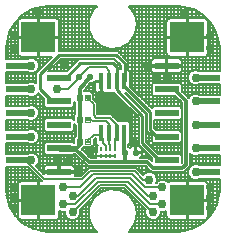
<source format=gtl>
G04 EAGLE Gerber RS-274X export*
G75*
%MOMM*%
%FSLAX34Y34*%
%LPD*%
%INComponent side*%
%IPPOS*%
%AMOC8*
5,1,8,0,0,$1,22.5*%
G01*
%ADD10R,2X0.6*%
%ADD11R,2.9X2.6*%
%ADD12R,0.45X1.45*%
%ADD13C,0.25*%
%ADD14C,0.125*%
%ADD15R,0.2X0.3*%
%ADD16C,0.15*%
%ADD17C,0.13*%
%ADD18C,0.7564*%
%ADD19C,0.3*%
G36*
X0259138Y0496713D02*
X0259138Y0496713D01*
X0259208Y0496715D01*
X0259309Y0496740D01*
X0259412Y0496758D01*
X0259476Y0496785D01*
X0259542Y0496802D01*
X0259635Y0496851D01*
X0259731Y0496890D01*
X0259787Y0496931D01*
X0259848Y0496963D01*
X0259927Y0497032D01*
X0260011Y0497093D01*
X0260056Y0497145D01*
X0260109Y0497191D01*
X0260170Y0497275D01*
X0260238Y0497354D01*
X0260270Y0497415D01*
X0260311Y0497472D01*
X0260350Y0497568D01*
X0260399Y0497660D01*
X0260416Y0497727D01*
X0260443Y0497791D01*
X0260459Y0497894D01*
X0260485Y0497995D01*
X0260492Y0498099D01*
X0260497Y0498132D01*
X0260495Y0498155D01*
X0260499Y0498200D01*
X0260499Y0507915D01*
X0260482Y0508053D01*
X0260473Y0508192D01*
X0260463Y0508225D01*
X0260459Y0508258D01*
X0260412Y0508389D01*
X0260371Y0508523D01*
X0260353Y0508551D01*
X0260341Y0508584D01*
X0260266Y0508700D01*
X0260195Y0508820D01*
X0260165Y0508854D01*
X0260153Y0508872D01*
X0260129Y0508896D01*
X0260060Y0508975D01*
X0246725Y0522310D01*
X0246616Y0522397D01*
X0246510Y0522488D01*
X0246480Y0522504D01*
X0246454Y0522525D01*
X0246328Y0522584D01*
X0246204Y0522649D01*
X0246172Y0522657D01*
X0246141Y0522672D01*
X0246005Y0522699D01*
X0245870Y0522735D01*
X0245824Y0522738D01*
X0245803Y0522742D01*
X0245769Y0522742D01*
X0245664Y0522749D01*
X0239518Y0522749D01*
X0239402Y0522736D01*
X0239286Y0522731D01*
X0239230Y0522716D01*
X0239174Y0522709D01*
X0239065Y0522669D01*
X0238952Y0522639D01*
X0238879Y0522603D01*
X0238849Y0522592D01*
X0238825Y0522575D01*
X0238768Y0522548D01*
X0238481Y0522382D01*
X0237835Y0522209D01*
X0236749Y0522209D01*
X0236749Y0525000D01*
X0236745Y0525035D01*
X0236747Y0525071D01*
X0236725Y0525207D01*
X0236710Y0525343D01*
X0236697Y0525377D01*
X0236692Y0525412D01*
X0236638Y0525539D01*
X0236591Y0525669D01*
X0236573Y0525698D01*
X0236559Y0525731D01*
X0236479Y0525843D01*
X0236403Y0525958D01*
X0236378Y0525983D01*
X0236357Y0526011D01*
X0236253Y0526102D01*
X0236152Y0526197D01*
X0236122Y0526215D01*
X0236096Y0526238D01*
X0235973Y0526302D01*
X0235855Y0526372D01*
X0235821Y0526382D01*
X0235790Y0526399D01*
X0235656Y0526433D01*
X0235525Y0526474D01*
X0235489Y0526476D01*
X0235455Y0526485D01*
X0235250Y0526499D01*
X0235215Y0526495D01*
X0235180Y0526498D01*
X0235178Y0526498D01*
X0235043Y0526475D01*
X0234906Y0526459D01*
X0234872Y0526447D01*
X0234838Y0526442D01*
X0234711Y0526389D01*
X0234581Y0526342D01*
X0234551Y0526323D01*
X0234519Y0526309D01*
X0234407Y0526228D01*
X0234292Y0526153D01*
X0234267Y0526127D01*
X0234238Y0526107D01*
X0234148Y0526003D01*
X0234053Y0525903D01*
X0234035Y0525872D01*
X0234012Y0525846D01*
X0233948Y0525723D01*
X0233878Y0525605D01*
X0233868Y0525571D01*
X0233851Y0525539D01*
X0233817Y0525406D01*
X0233776Y0525274D01*
X0233772Y0525239D01*
X0233765Y0525205D01*
X0233751Y0525000D01*
X0233751Y0522209D01*
X0232665Y0522209D01*
X0232019Y0522382D01*
X0231750Y0522538D01*
X0231675Y0522570D01*
X0231605Y0522612D01*
X0231516Y0522639D01*
X0231432Y0522675D01*
X0231351Y0522690D01*
X0231274Y0522714D01*
X0231182Y0522720D01*
X0231092Y0522736D01*
X0231011Y0522732D01*
X0230929Y0522737D01*
X0230839Y0522722D01*
X0230747Y0522716D01*
X0230668Y0522694D01*
X0230587Y0522681D01*
X0230503Y0522646D01*
X0230415Y0522620D01*
X0230343Y0522579D01*
X0230268Y0522549D01*
X0230193Y0522495D01*
X0230114Y0522449D01*
X0230054Y0522394D01*
X0229989Y0522346D01*
X0229928Y0522277D01*
X0229861Y0522214D01*
X0229815Y0522147D01*
X0229762Y0522085D01*
X0229718Y0522004D01*
X0229668Y0521927D01*
X0229639Y0521851D01*
X0229601Y0521779D01*
X0229578Y0521689D01*
X0229546Y0521603D01*
X0229534Y0521522D01*
X0229515Y0521444D01*
X0229504Y0521282D01*
X0229501Y0521261D01*
X0229502Y0521252D01*
X0229501Y0521240D01*
X0229501Y0515492D01*
X0229517Y0515353D01*
X0229527Y0515214D01*
X0229537Y0515182D01*
X0229541Y0515149D01*
X0229588Y0515018D01*
X0229629Y0514884D01*
X0229647Y0514855D01*
X0229658Y0514823D01*
X0229733Y0514707D01*
X0229805Y0514587D01*
X0229835Y0514552D01*
X0229847Y0514534D01*
X0229870Y0514510D01*
X0229940Y0514432D01*
X0230821Y0513551D01*
X0230821Y0504720D01*
X0230825Y0504685D01*
X0230822Y0504649D01*
X0230844Y0504513D01*
X0230861Y0504377D01*
X0230873Y0504343D01*
X0230878Y0504308D01*
X0230931Y0504181D01*
X0230978Y0504051D01*
X0230997Y0504022D01*
X0231011Y0503989D01*
X0231092Y0503877D01*
X0231167Y0503762D01*
X0231193Y0503737D01*
X0231212Y0503709D01*
X0231317Y0503618D01*
X0231417Y0503523D01*
X0231448Y0503504D01*
X0231473Y0503482D01*
X0231597Y0503418D01*
X0231715Y0503348D01*
X0231749Y0503337D01*
X0231781Y0503320D01*
X0231914Y0503287D01*
X0232046Y0503246D01*
X0232081Y0503244D01*
X0232115Y0503234D01*
X0232320Y0503221D01*
X0243137Y0503221D01*
X0248667Y0497690D01*
X0248777Y0497603D01*
X0248881Y0497512D01*
X0248911Y0497496D01*
X0248939Y0497475D01*
X0249065Y0497416D01*
X0249189Y0497351D01*
X0249221Y0497343D01*
X0249252Y0497328D01*
X0249388Y0497300D01*
X0249523Y0497265D01*
X0249568Y0497262D01*
X0249590Y0497257D01*
X0249624Y0497258D01*
X0249728Y0497251D01*
X0257828Y0497251D01*
X0257940Y0497140D01*
X0258022Y0497074D01*
X0258097Y0497003D01*
X0258157Y0496967D01*
X0258211Y0496925D01*
X0258305Y0496881D01*
X0258395Y0496828D01*
X0258461Y0496807D01*
X0258524Y0496778D01*
X0258626Y0496757D01*
X0258725Y0496726D01*
X0258795Y0496721D01*
X0258862Y0496706D01*
X0258966Y0496709D01*
X0259071Y0496702D01*
X0259138Y0496713D01*
G37*
D10*
X0164500Y0545000D03*
X0199500Y0535000D03*
X0164500Y0525000D03*
X0199500Y0515000D03*
X0164500Y0505000D03*
X0199500Y0495000D03*
X0164500Y0485000D03*
X0199500Y0475000D03*
X0164500Y0465000D03*
X0199500Y0455000D03*
D11*
X0182000Y0569000D03*
X0182000Y0431000D03*
D12*
X0254750Y0532000D03*
X0248250Y0532000D03*
X0241750Y0532000D03*
X0235250Y0532000D03*
X0235250Y0488000D03*
X0241750Y0488000D03*
X0248250Y0488000D03*
X0254750Y0488000D03*
D13*
X0217525Y0534350D02*
X0215025Y0534350D01*
X0215025Y0536850D01*
X0217525Y0536850D01*
X0217525Y0534350D01*
X0217525Y0536725D02*
X0215025Y0536725D01*
X0224275Y0534350D02*
X0226775Y0534350D01*
X0224275Y0534350D02*
X0224275Y0536850D01*
X0226775Y0536850D01*
X0226775Y0534350D01*
X0226775Y0536725D02*
X0224275Y0536725D01*
X0253825Y0470250D02*
X0256325Y0470250D01*
X0253825Y0470250D02*
X0253825Y0472750D01*
X0256325Y0472750D01*
X0256325Y0470250D01*
X0256325Y0472625D02*
X0253825Y0472625D01*
X0263075Y0470250D02*
X0265575Y0470250D01*
X0263075Y0470250D02*
X0263075Y0472750D01*
X0265575Y0472750D01*
X0265575Y0470250D01*
X0265575Y0472625D02*
X0263075Y0472625D01*
D10*
X0325500Y0455000D03*
X0290500Y0465000D03*
X0325500Y0475000D03*
X0290500Y0485000D03*
X0325500Y0495000D03*
X0290500Y0505000D03*
X0325500Y0515000D03*
X0290500Y0525000D03*
X0325500Y0535000D03*
X0290500Y0545000D03*
D11*
X0308000Y0431000D03*
X0308000Y0569000D03*
D14*
X0225289Y0519975D02*
X0221539Y0519975D01*
X0225289Y0519975D02*
X0225289Y0516225D01*
X0221539Y0516225D01*
X0221539Y0519975D01*
X0221539Y0517412D02*
X0225289Y0517412D01*
X0225289Y0518598D02*
X0221539Y0518598D01*
X0221539Y0519786D02*
X0225289Y0519786D01*
X0218661Y0519975D02*
X0214911Y0519975D01*
X0218661Y0519975D02*
X0218661Y0516225D01*
X0214911Y0516225D01*
X0214911Y0519975D01*
X0214911Y0517412D02*
X0218661Y0517412D01*
X0218661Y0518598D02*
X0214911Y0518598D01*
X0214911Y0519786D02*
X0218661Y0519786D01*
X0221638Y0501375D02*
X0225388Y0501375D01*
X0225388Y0497625D01*
X0221638Y0497625D01*
X0221638Y0501375D01*
X0221638Y0498812D02*
X0225388Y0498812D01*
X0225388Y0499998D02*
X0221638Y0499998D01*
X0221638Y0501186D02*
X0225388Y0501186D01*
X0218761Y0501375D02*
X0215011Y0501375D01*
X0218761Y0501375D02*
X0218761Y0497625D01*
X0215011Y0497625D01*
X0215011Y0501375D01*
X0215011Y0498812D02*
X0218761Y0498812D01*
X0218761Y0499998D02*
X0215011Y0499998D01*
X0215011Y0501186D02*
X0218761Y0501186D01*
X0221638Y0482875D02*
X0225388Y0482875D01*
X0225388Y0479125D01*
X0221638Y0479125D01*
X0221638Y0482875D01*
X0221638Y0480312D02*
X0225388Y0480312D01*
X0225388Y0481499D02*
X0221638Y0481499D01*
X0221638Y0482686D02*
X0225388Y0482686D01*
X0218761Y0482875D02*
X0215011Y0482875D01*
X0218761Y0482875D02*
X0218761Y0479125D01*
X0215011Y0479125D01*
X0215011Y0482875D01*
X0215011Y0480312D02*
X0218761Y0480312D01*
X0218761Y0481499D02*
X0215011Y0481499D01*
X0215011Y0482686D02*
X0218761Y0482686D01*
D15*
X0235000Y0468500D03*
X0239000Y0468500D03*
X0243000Y0468500D03*
X0247000Y0468500D03*
X0247000Y0474500D03*
X0243000Y0474500D03*
X0239000Y0474500D03*
X0235000Y0474500D03*
D16*
X0223513Y0481000D02*
X0228814Y0486300D01*
X0233550Y0486300D02*
X0235250Y0488000D01*
X0233550Y0486300D02*
X0228814Y0486300D01*
X0236750Y0483100D02*
X0236750Y0479611D01*
X0236750Y0483100D02*
X0233550Y0486300D01*
X0239000Y0477361D02*
X0239000Y0474500D01*
X0239000Y0477361D02*
X0236750Y0479611D01*
X0241850Y0488100D02*
X0241850Y0495489D01*
X0241850Y0488100D02*
X0241750Y0488000D01*
X0241850Y0495489D02*
X0239239Y0498100D01*
X0228100Y0498100D01*
X0226700Y0499500D01*
X0223513Y0499500D01*
X0242750Y0474750D02*
X0243000Y0474500D01*
X0241750Y0478528D02*
X0241750Y0488000D01*
X0242750Y0477528D02*
X0242750Y0474750D01*
X0242750Y0477528D02*
X0241750Y0478528D01*
X0248250Y0488000D02*
X0248250Y0495250D01*
X0242300Y0501200D02*
X0230799Y0501200D01*
X0228800Y0503200D01*
X0228800Y0512714D02*
X0223414Y0518100D01*
X0242300Y0501200D02*
X0248250Y0495250D01*
X0228800Y0503200D02*
X0228800Y0512714D01*
X0246800Y0474700D02*
X0247000Y0474500D01*
X0246800Y0474700D02*
X0246800Y0483350D01*
X0248250Y0484800D02*
X0248250Y0488000D01*
X0248250Y0484800D02*
X0246800Y0483350D01*
D17*
X0266830Y0480613D02*
X0266830Y0477986D01*
X0277850Y0466967D01*
X0277850Y0464487D01*
X0275717Y0466620D01*
X0268168Y0466620D01*
X0268301Y0466697D01*
X0269128Y0467524D01*
X0269712Y0468536D01*
X0270015Y0469664D01*
X0270015Y0470900D01*
X0264925Y0470900D01*
X0264925Y0472100D01*
X0270015Y0472100D01*
X0270015Y0473335D01*
X0269712Y0474463D01*
X0269128Y0475476D01*
X0268301Y0476303D01*
X0267289Y0476887D01*
X0266160Y0477190D01*
X0264925Y0477190D01*
X0264925Y0472100D01*
X0263725Y0472100D01*
X0263725Y0477190D01*
X0262490Y0477190D01*
X0261361Y0476887D01*
X0260349Y0476303D01*
X0259521Y0475476D01*
X0259373Y0475218D01*
X0258170Y0476420D01*
X0258170Y0478172D01*
X0259650Y0479652D01*
X0259650Y0496348D01*
X0258098Y0497900D01*
X0249376Y0497900D01*
X0243406Y0503870D01*
X0231906Y0503870D01*
X0231469Y0504306D01*
X0231469Y0513820D01*
X0229906Y0515383D01*
X0228564Y0516726D01*
X0228564Y0521332D01*
X0226646Y0523250D01*
X0220206Y0523250D01*
X0220206Y0523844D01*
X0225692Y0530450D01*
X0228390Y0530450D01*
X0230415Y0532475D01*
X0234775Y0532475D01*
X0234775Y0531525D01*
X0229810Y0531525D01*
X0229810Y0524330D01*
X0230027Y0523519D01*
X0230447Y0522791D01*
X0231041Y0522197D01*
X0231769Y0521777D01*
X0232580Y0521560D01*
X0234775Y0521560D01*
X0234775Y0531525D01*
X0235724Y0531525D01*
X0235724Y0521560D01*
X0237920Y0521560D01*
X0238731Y0521777D01*
X0239290Y0522100D01*
X0246017Y0522100D01*
X0266830Y0501287D01*
X0266830Y0480613D01*
X0235000Y0468500D02*
X0235000Y0468500D01*
X0239000Y0468500D01*
X0239000Y0468500D01*
X0238810Y0468500D01*
X0235000Y0468500D01*
X0239000Y0468500D02*
X0239000Y0468500D01*
X0243000Y0468500D01*
X0243000Y0468500D01*
X0242810Y0468500D01*
X0239000Y0468500D01*
X0220073Y0475850D02*
X0218630Y0474407D01*
X0220073Y0475850D02*
X0220118Y0475850D01*
X0220200Y0475932D01*
X0220281Y0475850D01*
X0226745Y0475850D01*
X0228664Y0477768D01*
X0228664Y0482374D01*
X0229920Y0483630D01*
X0230350Y0483630D01*
X0230350Y0479652D01*
X0231902Y0478100D01*
X0232352Y0478100D01*
X0231349Y0477098D01*
X0231349Y0471902D01*
X0231391Y0471860D01*
X0231027Y0471231D01*
X0230810Y0470420D01*
X0230810Y0468500D01*
X0235000Y0468500D01*
X0235000Y0468500D01*
X0230810Y0468500D01*
X0230810Y0466620D01*
X0226417Y0466620D01*
X0218630Y0474407D01*
X0243000Y0468500D02*
X0243000Y0468500D01*
X0247000Y0468500D01*
X0247000Y0468500D01*
X0243000Y0468500D01*
X0303150Y0523687D02*
X0303150Y0529098D01*
X0301598Y0530650D01*
X0279402Y0530650D01*
X0277850Y0529098D01*
X0277850Y0520901D01*
X0279402Y0519350D01*
X0297813Y0519350D01*
X0303180Y0513983D01*
X0303180Y0462617D01*
X0303150Y0462587D01*
X0303150Y0469097D01*
X0301598Y0470650D01*
X0283133Y0470650D01*
X0273170Y0480613D01*
X0273170Y0503913D01*
X0254983Y0522100D01*
X0255717Y0522100D01*
X0273530Y0504287D01*
X0273530Y0489487D01*
X0277850Y0485167D01*
X0277850Y0480901D01*
X0279402Y0479350D01*
X0301598Y0479350D01*
X0303150Y0480901D01*
X0303150Y0489098D01*
X0301598Y0490650D01*
X0281333Y0490650D01*
X0279870Y0492113D01*
X0279870Y0499350D01*
X0301598Y0499350D01*
X0303150Y0500901D01*
X0303150Y0509098D01*
X0301598Y0510650D01*
X0279402Y0510650D01*
X0277850Y0509098D01*
X0277850Y0508932D01*
X0259650Y0527133D01*
X0259650Y0540348D01*
X0258170Y0541828D01*
X0258170Y0548313D01*
X0256313Y0550170D01*
X0249013Y0557470D01*
X0199690Y0557470D01*
X0199690Y0568350D01*
X0182650Y0568350D01*
X0182650Y0569650D01*
X0199690Y0569650D01*
X0199690Y0582420D01*
X0199472Y0583231D01*
X0199053Y0583959D01*
X0198459Y0584553D01*
X0197731Y0584973D01*
X0196920Y0585190D01*
X0182650Y0585190D01*
X0182650Y0569650D01*
X0181349Y0569650D01*
X0181349Y0585190D01*
X0167079Y0585190D01*
X0166269Y0584973D01*
X0165540Y0584553D01*
X0164947Y0583959D01*
X0164527Y0583231D01*
X0164310Y0582420D01*
X0164310Y0569650D01*
X0181349Y0569650D01*
X0181349Y0568350D01*
X0164310Y0568350D01*
X0164310Y0555580D01*
X0164527Y0554769D01*
X0164947Y0554041D01*
X0165540Y0553447D01*
X0166269Y0553027D01*
X0167079Y0552810D01*
X0181349Y0552810D01*
X0181349Y0568350D01*
X0182650Y0568350D01*
X0182650Y0552810D01*
X0193627Y0552810D01*
X0179969Y0539152D01*
X0179969Y0530020D01*
X0179536Y0530453D01*
X0177171Y0531432D01*
X0174614Y0531432D01*
X0172726Y0530650D01*
X0154650Y0530650D01*
X0154650Y0539350D01*
X0173091Y0539350D01*
X0174721Y0538675D01*
X0177278Y0538675D01*
X0179643Y0539654D01*
X0181453Y0541464D01*
X0182432Y0543828D01*
X0182432Y0546386D01*
X0181453Y0548750D01*
X0179643Y0550560D01*
X0177278Y0551539D01*
X0174721Y0551539D01*
X0172574Y0550650D01*
X0154650Y0550650D01*
X0154650Y0560000D01*
X0154952Y0564614D01*
X0157341Y0573528D01*
X0157341Y0573528D01*
X0161955Y0581520D01*
X0168480Y0588045D01*
X0176472Y0592659D01*
X0185386Y0595048D01*
X0190000Y0595350D01*
X0231861Y0595350D01*
X0228294Y0592138D01*
X0228294Y0592138D01*
X0224801Y0584293D01*
X0224801Y0575707D01*
X0228294Y0567862D01*
X0228294Y0567862D01*
X0228294Y0567862D01*
X0234675Y0562117D01*
X0234675Y0562117D01*
X0242841Y0559463D01*
X0242841Y0559463D01*
X0251381Y0560361D01*
X0258817Y0564654D01*
X0258817Y0564654D01*
X0263865Y0571601D01*
X0265650Y0580000D01*
X0265650Y0580000D01*
X0263865Y0588399D01*
X0263865Y0588399D01*
X0258817Y0595346D01*
X0258817Y0595346D01*
X0258817Y0595346D01*
X0258810Y0595350D01*
X0300000Y0595350D01*
X0304614Y0595048D01*
X0313528Y0592659D01*
X0321520Y0588045D01*
X0328045Y0581520D01*
X0332659Y0573528D01*
X0335048Y0564614D01*
X0335349Y0560000D01*
X0335349Y0540650D01*
X0318167Y0540650D01*
X0316279Y0541432D01*
X0313721Y0541432D01*
X0311357Y0540453D01*
X0309547Y0538643D01*
X0308568Y0536279D01*
X0308568Y0533721D01*
X0309547Y0531357D01*
X0311357Y0529547D01*
X0313721Y0528568D01*
X0316279Y0528568D01*
X0318167Y0529350D01*
X0335349Y0529350D01*
X0335349Y0520650D01*
X0318167Y0520650D01*
X0316279Y0521432D01*
X0313721Y0521432D01*
X0311357Y0520453D01*
X0309547Y0518643D01*
X0309151Y0517686D01*
X0303150Y0523687D01*
X0289850Y0538810D02*
X0289850Y0544350D01*
X0291150Y0544350D01*
X0291150Y0538810D01*
X0300920Y0538810D01*
X0301731Y0539027D01*
X0302459Y0539447D01*
X0303053Y0540041D01*
X0303473Y0540769D01*
X0303690Y0541580D01*
X0303690Y0544350D01*
X0291150Y0544350D01*
X0291150Y0545650D01*
X0303690Y0545650D01*
X0303690Y0548420D01*
X0303473Y0549231D01*
X0303053Y0549959D01*
X0302459Y0550553D01*
X0301731Y0550973D01*
X0300920Y0551190D01*
X0291150Y0551190D01*
X0291150Y0545650D01*
X0289850Y0545650D01*
X0289850Y0551190D01*
X0280080Y0551190D01*
X0279269Y0550973D01*
X0278541Y0550553D01*
X0277947Y0549959D01*
X0277527Y0549231D01*
X0277310Y0548420D01*
X0277310Y0545650D01*
X0289850Y0545650D01*
X0289850Y0544350D01*
X0277310Y0544350D01*
X0277310Y0541580D01*
X0277527Y0540769D01*
X0277947Y0540041D01*
X0278541Y0539447D01*
X0279269Y0539027D01*
X0280080Y0538810D01*
X0289850Y0538810D01*
X0308650Y0568350D02*
X0325690Y0568350D01*
X0308650Y0568350D02*
X0308650Y0569650D01*
X0325690Y0569650D01*
X0325690Y0582420D01*
X0325473Y0583231D01*
X0325053Y0583959D01*
X0324459Y0584553D01*
X0323731Y0584973D01*
X0322920Y0585190D01*
X0308650Y0585190D01*
X0308650Y0569650D01*
X0307350Y0569650D01*
X0307350Y0585190D01*
X0293080Y0585190D01*
X0292269Y0584973D01*
X0291541Y0584553D01*
X0290947Y0583959D01*
X0290527Y0583231D01*
X0290310Y0582420D01*
X0290310Y0569650D01*
X0307350Y0569650D01*
X0307350Y0568350D01*
X0290310Y0568350D01*
X0290310Y0555580D01*
X0290527Y0554769D01*
X0290947Y0554041D01*
X0291541Y0553447D01*
X0292269Y0553027D01*
X0293080Y0552810D01*
X0307350Y0552810D01*
X0307350Y0568350D01*
X0308650Y0568350D01*
X0308650Y0552810D01*
X0322920Y0552810D01*
X0323731Y0553027D01*
X0324459Y0553447D01*
X0325053Y0554041D01*
X0325473Y0554769D01*
X0325690Y0555580D01*
X0325690Y0568350D01*
X0200150Y0461190D02*
X0200150Y0455650D01*
X0198849Y0455650D01*
X0198849Y0461190D01*
X0189080Y0461190D01*
X0188269Y0460972D01*
X0187541Y0460553D01*
X0186947Y0459959D01*
X0186527Y0459231D01*
X0186310Y0458420D01*
X0186310Y0455650D01*
X0198849Y0455650D01*
X0198849Y0454350D01*
X0186310Y0454350D01*
X0186310Y0453466D01*
X0179883Y0459893D01*
X0181453Y0461464D01*
X0182432Y0463828D01*
X0182432Y0466385D01*
X0181453Y0468750D01*
X0179643Y0470560D01*
X0177278Y0471539D01*
X0174721Y0471539D01*
X0172574Y0470650D01*
X0154650Y0470650D01*
X0154650Y0479350D01*
X0173091Y0479350D01*
X0174721Y0478675D01*
X0177278Y0478675D01*
X0179643Y0479654D01*
X0181453Y0481464D01*
X0182432Y0483828D01*
X0182432Y0486385D01*
X0181453Y0488750D01*
X0179643Y0490560D01*
X0177278Y0491539D01*
X0174721Y0491539D01*
X0172574Y0490650D01*
X0154650Y0490650D01*
X0154650Y0499350D01*
X0173091Y0499350D01*
X0174721Y0498675D01*
X0177278Y0498675D01*
X0179643Y0499654D01*
X0181453Y0501464D01*
X0182432Y0503828D01*
X0182432Y0506385D01*
X0181453Y0508750D01*
X0179643Y0510560D01*
X0177278Y0511539D01*
X0174721Y0511539D01*
X0172574Y0510650D01*
X0154650Y0510650D01*
X0154650Y0519350D01*
X0172726Y0519350D01*
X0174614Y0518568D01*
X0177171Y0518568D01*
X0179536Y0519547D01*
X0181346Y0521357D01*
X0181625Y0522031D01*
X0181826Y0521830D01*
X0186850Y0516806D01*
X0186850Y0510901D01*
X0188402Y0509350D01*
X0210598Y0509350D01*
X0212150Y0510901D01*
X0212150Y0514355D01*
X0213366Y0513138D01*
X0213366Y0504362D01*
X0211736Y0502732D01*
X0211736Y0499512D01*
X0210598Y0500650D01*
X0188402Y0500650D01*
X0186850Y0499098D01*
X0186850Y0490901D01*
X0188402Y0489350D01*
X0210598Y0489350D01*
X0212150Y0490901D01*
X0212150Y0495854D01*
X0213466Y0494538D01*
X0213466Y0485961D01*
X0211736Y0484232D01*
X0211736Y0479512D01*
X0210598Y0480650D01*
X0188402Y0480650D01*
X0186850Y0479097D01*
X0186850Y0470902D01*
X0188402Y0469350D01*
X0210598Y0469350D01*
X0211828Y0470580D01*
X0212783Y0470580D01*
X0223583Y0459780D01*
X0272883Y0459780D01*
X0275880Y0456783D01*
X0275880Y0456783D01*
X0277780Y0454883D01*
X0277179Y0455132D01*
X0274621Y0455132D01*
X0272257Y0454153D01*
X0270690Y0452586D01*
X0264606Y0458670D01*
X0224894Y0458670D01*
X0223329Y0457106D01*
X0217894Y0451670D01*
X0212689Y0451670D01*
X0212689Y0454350D01*
X0200150Y0454350D01*
X0200150Y0455650D01*
X0212689Y0455650D01*
X0212689Y0458420D01*
X0212473Y0459231D01*
X0212053Y0459959D01*
X0211459Y0460553D01*
X0210731Y0460972D01*
X0209920Y0461190D01*
X0200150Y0461190D01*
X0182650Y0447190D02*
X0182650Y0431650D01*
X0181349Y0431650D01*
X0181349Y0447190D01*
X0167079Y0447190D01*
X0166269Y0446973D01*
X0165540Y0446552D01*
X0164947Y0445959D01*
X0164527Y0445231D01*
X0164310Y0444420D01*
X0164310Y0431650D01*
X0181349Y0431650D01*
X0181349Y0430349D01*
X0164310Y0430349D01*
X0164310Y0417580D01*
X0164527Y0416769D01*
X0164947Y0416041D01*
X0165540Y0415447D01*
X0166269Y0415027D01*
X0167079Y0414810D01*
X0181349Y0414810D01*
X0181349Y0430349D01*
X0182650Y0430349D01*
X0182650Y0414810D01*
X0196920Y0414810D01*
X0197731Y0415027D01*
X0198459Y0415447D01*
X0199053Y0416041D01*
X0199472Y0416769D01*
X0199690Y0417580D01*
X0199690Y0422408D01*
X0201721Y0421567D01*
X0204279Y0421567D01*
X0204568Y0421688D01*
X0204568Y0419721D01*
X0205547Y0417357D01*
X0207357Y0415546D01*
X0209721Y0414568D01*
X0212278Y0414568D01*
X0214643Y0415546D01*
X0216453Y0417357D01*
X0217432Y0419721D01*
X0217432Y0422279D01*
X0217029Y0423253D01*
X0235106Y0441330D01*
X0254394Y0441330D01*
X0272825Y0422899D01*
X0272568Y0422279D01*
X0272568Y0419721D01*
X0273547Y0417357D01*
X0275357Y0415546D01*
X0277721Y0414568D01*
X0280279Y0414568D01*
X0282643Y0415546D01*
X0284453Y0417357D01*
X0285432Y0419721D01*
X0285432Y0421688D01*
X0285721Y0421567D01*
X0288279Y0421567D01*
X0290310Y0422408D01*
X0290310Y0417580D01*
X0290527Y0416769D01*
X0290947Y0416041D01*
X0291541Y0415447D01*
X0292269Y0415027D01*
X0293080Y0414810D01*
X0307350Y0414810D01*
X0307350Y0430349D01*
X0308650Y0430349D01*
X0308650Y0414810D01*
X0322920Y0414810D01*
X0323731Y0415027D01*
X0324459Y0415447D01*
X0325053Y0416041D01*
X0325473Y0416769D01*
X0325690Y0417580D01*
X0325690Y0430349D01*
X0308650Y0430349D01*
X0308650Y0431650D01*
X0325690Y0431650D01*
X0325690Y0444420D01*
X0325473Y0445231D01*
X0325053Y0445959D01*
X0324459Y0446552D01*
X0323731Y0446973D01*
X0322920Y0447190D01*
X0308650Y0447190D01*
X0308650Y0431650D01*
X0307350Y0431650D01*
X0307350Y0447190D01*
X0293080Y0447190D01*
X0292269Y0446973D01*
X0291543Y0446552D01*
X0290643Y0447453D01*
X0288279Y0448432D01*
X0285721Y0448432D01*
X0283357Y0447453D01*
X0281630Y0445726D01*
X0282332Y0447421D01*
X0282332Y0449979D01*
X0281353Y0452343D01*
X0279543Y0454153D01*
X0278029Y0454780D01*
X0305017Y0454780D01*
X0308017Y0457780D01*
X0310020Y0459783D01*
X0310020Y0470884D01*
X0311357Y0469547D01*
X0313721Y0468568D01*
X0316279Y0468568D01*
X0318167Y0469350D01*
X0335349Y0469350D01*
X0335349Y0460650D01*
X0318167Y0460650D01*
X0316279Y0461432D01*
X0313721Y0461432D01*
X0311357Y0460453D01*
X0309547Y0458643D01*
X0308568Y0456278D01*
X0308568Y0453721D01*
X0309547Y0451357D01*
X0311357Y0449547D01*
X0313721Y0448568D01*
X0316279Y0448568D01*
X0318167Y0449350D01*
X0335349Y0449350D01*
X0335349Y0440000D01*
X0335048Y0435386D01*
X0332659Y0426472D01*
X0328045Y0418480D01*
X0321520Y0411955D01*
X0313528Y0407341D01*
X0304614Y0404951D01*
X0300000Y0404650D01*
X0258810Y0404650D01*
X0258817Y0404654D01*
X0258817Y0404654D01*
X0258817Y0404654D01*
X0263865Y0411601D01*
X0263865Y0411601D01*
X0265650Y0420000D01*
X0263865Y0428399D01*
X0263865Y0428399D01*
X0258817Y0435346D01*
X0258817Y0435346D01*
X0258817Y0435346D01*
X0251381Y0439639D01*
X0251381Y0439639D01*
X0242841Y0440537D01*
X0242841Y0440537D01*
X0234675Y0437883D01*
X0234675Y0437883D01*
X0228294Y0432138D01*
X0228294Y0432138D01*
X0224801Y0424293D01*
X0224801Y0415707D01*
X0228294Y0407862D01*
X0228294Y0407862D01*
X0231861Y0404650D01*
X0190000Y0404650D01*
X0185386Y0404951D01*
X0176472Y0407341D01*
X0168480Y0411955D01*
X0161955Y0418480D01*
X0157341Y0426472D01*
X0154952Y0435386D01*
X0154650Y0440000D01*
X0154650Y0459350D01*
X0172873Y0459350D01*
X0184330Y0447894D01*
X0185034Y0447190D01*
X0182650Y0447190D01*
X0215987Y0550470D02*
X0218613Y0550470D01*
X0215987Y0550470D02*
X0206167Y0540650D01*
X0190433Y0540650D01*
X0200913Y0551130D01*
X0246387Y0551130D01*
X0251830Y0545687D01*
X0251830Y0541900D01*
X0251420Y0541900D01*
X0251420Y0545063D01*
X0246013Y0550470D01*
X0243387Y0550470D01*
X0218613Y0550470D01*
X0230362Y0406000D02*
X0181476Y0406000D01*
X0259795Y0406000D02*
X0308524Y0406000D01*
X0227787Y0409000D02*
X0173598Y0409000D01*
X0261974Y0409000D02*
X0316402Y0409000D01*
X0226452Y0412000D02*
X0168435Y0412000D01*
X0263950Y0412000D02*
X0321565Y0412000D01*
X0166371Y0415000D02*
X0165435Y0415000D01*
X0181349Y0415000D02*
X0182650Y0415000D01*
X0197629Y0415000D02*
X0208678Y0415000D01*
X0213322Y0415000D02*
X0225116Y0415000D01*
X0264587Y0415000D02*
X0276678Y0415000D01*
X0281322Y0415000D02*
X0292371Y0415000D01*
X0307350Y0415000D02*
X0308650Y0415000D01*
X0323628Y0415000D02*
X0324565Y0415000D01*
X0164310Y0418000D02*
X0162435Y0418000D01*
X0181349Y0418000D02*
X0182650Y0418000D01*
X0199690Y0418000D02*
X0205281Y0418000D01*
X0216719Y0418000D02*
X0224801Y0418000D01*
X0265225Y0418000D02*
X0273281Y0418000D01*
X0284719Y0418000D02*
X0290310Y0418000D01*
X0307350Y0418000D02*
X0308650Y0418000D01*
X0325690Y0418000D02*
X0327565Y0418000D01*
X0164310Y0421000D02*
X0160500Y0421000D01*
X0181349Y0421000D02*
X0182650Y0421000D01*
X0199690Y0421000D02*
X0204568Y0421000D01*
X0217432Y0421000D02*
X0224801Y0421000D01*
X0265437Y0421000D02*
X0272568Y0421000D01*
X0285432Y0421000D02*
X0290310Y0421000D01*
X0307350Y0421000D02*
X0308650Y0421000D01*
X0325690Y0421000D02*
X0329500Y0421000D01*
X0164310Y0424000D02*
X0158768Y0424000D01*
X0181349Y0424000D02*
X0182650Y0424000D01*
X0217776Y0424000D02*
X0224801Y0424000D01*
X0264800Y0424000D02*
X0271724Y0424000D01*
X0307350Y0424000D02*
X0308650Y0424000D01*
X0325690Y0424000D02*
X0331232Y0424000D01*
X0164310Y0427000D02*
X0157199Y0427000D01*
X0181349Y0427000D02*
X0182650Y0427000D01*
X0220776Y0427000D02*
X0226006Y0427000D01*
X0264162Y0427000D02*
X0268724Y0427000D01*
X0307350Y0427000D02*
X0308650Y0427000D01*
X0325690Y0427000D02*
X0332801Y0427000D01*
X0164310Y0430000D02*
X0156396Y0430000D01*
X0181349Y0430000D02*
X0182650Y0430000D01*
X0223776Y0430000D02*
X0227342Y0430000D01*
X0262702Y0430000D02*
X0265724Y0430000D01*
X0307350Y0430000D02*
X0308650Y0430000D01*
X0325690Y0430000D02*
X0333604Y0430000D01*
X0164310Y0433000D02*
X0155592Y0433000D01*
X0181349Y0433000D02*
X0182650Y0433000D01*
X0226775Y0433000D02*
X0229251Y0433000D01*
X0260522Y0433000D02*
X0262724Y0433000D01*
X0307350Y0433000D02*
X0308650Y0433000D01*
X0325690Y0433000D02*
X0334407Y0433000D01*
X0164310Y0436000D02*
X0154912Y0436000D01*
X0181349Y0436000D02*
X0182650Y0436000D01*
X0229776Y0436000D02*
X0232582Y0436000D01*
X0257685Y0436000D02*
X0259724Y0436000D01*
X0307350Y0436000D02*
X0308650Y0436000D01*
X0325690Y0436000D02*
X0335088Y0436000D01*
X0164310Y0439000D02*
X0154716Y0439000D01*
X0181349Y0439000D02*
X0182650Y0439000D01*
X0232776Y0439000D02*
X0238112Y0439000D01*
X0252488Y0439000D02*
X0256724Y0439000D01*
X0307350Y0439000D02*
X0308650Y0439000D01*
X0325690Y0439000D02*
X0335284Y0439000D01*
X0164310Y0442000D02*
X0154650Y0442000D01*
X0181349Y0442000D02*
X0182650Y0442000D01*
X0307350Y0442000D02*
X0308650Y0442000D01*
X0325690Y0442000D02*
X0335349Y0442000D01*
X0164465Y0445000D02*
X0154650Y0445000D01*
X0181349Y0445000D02*
X0182650Y0445000D01*
X0307350Y0445000D02*
X0308650Y0445000D01*
X0325535Y0445000D02*
X0335349Y0445000D01*
X0184224Y0448000D02*
X0154650Y0448000D01*
X0282332Y0448000D02*
X0284678Y0448000D01*
X0289322Y0448000D02*
X0335349Y0448000D01*
X0181224Y0451000D02*
X0154650Y0451000D01*
X0281909Y0451000D02*
X0309904Y0451000D01*
X0178224Y0454000D02*
X0154650Y0454000D01*
X0185776Y0454000D02*
X0186310Y0454000D01*
X0212689Y0454000D02*
X0220224Y0454000D01*
X0269276Y0454000D02*
X0272104Y0454000D01*
X0279696Y0454000D02*
X0308568Y0454000D01*
X0175224Y0457000D02*
X0154650Y0457000D01*
X0182776Y0457000D02*
X0186310Y0457000D01*
X0198849Y0457000D02*
X0200150Y0457000D01*
X0212689Y0457000D02*
X0223224Y0457000D01*
X0266276Y0457000D02*
X0275663Y0457000D01*
X0307237Y0457000D02*
X0308867Y0457000D01*
X0186989Y0460000D02*
X0179989Y0460000D01*
X0198849Y0460000D02*
X0200150Y0460000D01*
X0212011Y0460000D02*
X0223363Y0460000D01*
X0310020Y0460000D02*
X0310904Y0460000D01*
X0220363Y0463000D02*
X0182089Y0463000D01*
X0303150Y0463000D02*
X0303180Y0463000D01*
X0310020Y0463000D02*
X0335349Y0463000D01*
X0217363Y0466000D02*
X0182432Y0466000D01*
X0276337Y0466000D02*
X0277850Y0466000D01*
X0303150Y0466000D02*
X0303180Y0466000D01*
X0310020Y0466000D02*
X0335349Y0466000D01*
X0214363Y0469000D02*
X0181203Y0469000D01*
X0224037Y0469000D02*
X0230810Y0469000D01*
X0269837Y0469000D02*
X0275817Y0469000D01*
X0303150Y0469000D02*
X0303180Y0469000D01*
X0310020Y0469000D02*
X0312678Y0469000D01*
X0317322Y0469000D02*
X0335349Y0469000D01*
X0186850Y0472000D02*
X0154650Y0472000D01*
X0221037Y0472000D02*
X0231349Y0472000D01*
X0264925Y0472000D02*
X0272817Y0472000D01*
X0281783Y0472000D02*
X0303180Y0472000D01*
X0186850Y0475000D02*
X0154650Y0475000D01*
X0219223Y0475000D02*
X0231349Y0475000D01*
X0263725Y0475000D02*
X0264925Y0475000D01*
X0269403Y0475000D02*
X0269817Y0475000D01*
X0278783Y0475000D02*
X0303180Y0475000D01*
X0186850Y0478000D02*
X0154650Y0478000D01*
X0228664Y0478000D02*
X0232252Y0478000D01*
X0258170Y0478000D02*
X0266830Y0478000D01*
X0275783Y0478000D02*
X0303180Y0478000D01*
X0211736Y0481000D02*
X0180989Y0481000D01*
X0228664Y0481000D02*
X0230350Y0481000D01*
X0259650Y0481000D02*
X0266830Y0481000D01*
X0273170Y0481000D02*
X0277850Y0481000D01*
X0303150Y0481000D02*
X0303180Y0481000D01*
X0211736Y0484000D02*
X0182432Y0484000D01*
X0259650Y0484000D02*
X0266830Y0484000D01*
X0273170Y0484000D02*
X0277850Y0484000D01*
X0303150Y0484000D02*
X0303180Y0484000D01*
X0213466Y0487000D02*
X0182178Y0487000D01*
X0259650Y0487000D02*
X0266830Y0487000D01*
X0273170Y0487000D02*
X0276017Y0487000D01*
X0303150Y0487000D02*
X0303180Y0487000D01*
X0187751Y0490000D02*
X0180203Y0490000D01*
X0211248Y0490000D02*
X0213466Y0490000D01*
X0259650Y0490000D02*
X0266830Y0490000D01*
X0273170Y0490000D02*
X0273530Y0490000D01*
X0302248Y0490000D02*
X0303180Y0490000D01*
X0186850Y0493000D02*
X0154650Y0493000D01*
X0212150Y0493000D02*
X0213466Y0493000D01*
X0259650Y0493000D02*
X0266830Y0493000D01*
X0273170Y0493000D02*
X0273530Y0493000D01*
X0279870Y0493000D02*
X0303180Y0493000D01*
X0186850Y0496000D02*
X0154650Y0496000D01*
X0259650Y0496000D02*
X0266830Y0496000D01*
X0273170Y0496000D02*
X0273530Y0496000D01*
X0279870Y0496000D02*
X0303180Y0496000D01*
X0173936Y0499000D02*
X0154650Y0499000D01*
X0178064Y0499000D02*
X0186850Y0499000D01*
X0248276Y0499000D02*
X0266830Y0499000D01*
X0273170Y0499000D02*
X0273530Y0499000D01*
X0279870Y0499000D02*
X0303180Y0499000D01*
X0211736Y0502000D02*
X0181675Y0502000D01*
X0245276Y0502000D02*
X0266117Y0502000D01*
X0273170Y0502000D02*
X0273530Y0502000D01*
X0303150Y0502000D02*
X0303180Y0502000D01*
X0213366Y0505000D02*
X0182432Y0505000D01*
X0231469Y0505000D02*
X0263117Y0505000D01*
X0272083Y0505000D02*
X0272817Y0505000D01*
X0303150Y0505000D02*
X0303180Y0505000D01*
X0213366Y0508000D02*
X0181764Y0508000D01*
X0231469Y0508000D02*
X0260116Y0508000D01*
X0269083Y0508000D02*
X0269817Y0508000D01*
X0303150Y0508000D02*
X0303180Y0508000D01*
X0173419Y0511000D02*
X0154650Y0511000D01*
X0178581Y0511000D02*
X0186850Y0511000D01*
X0212150Y0511000D02*
X0213366Y0511000D01*
X0231469Y0511000D02*
X0257117Y0511000D01*
X0266083Y0511000D02*
X0266817Y0511000D01*
X0275783Y0511000D02*
X0303180Y0511000D01*
X0186850Y0514000D02*
X0154650Y0514000D01*
X0212150Y0514000D02*
X0212504Y0514000D01*
X0231289Y0514000D02*
X0254117Y0514000D01*
X0263083Y0514000D02*
X0263817Y0514000D01*
X0272783Y0514000D02*
X0303163Y0514000D01*
X0186656Y0517000D02*
X0154650Y0517000D01*
X0228564Y0517000D02*
X0251117Y0517000D01*
X0260082Y0517000D02*
X0260816Y0517000D01*
X0269783Y0517000D02*
X0300163Y0517000D01*
X0183656Y0520000D02*
X0179989Y0520000D01*
X0228564Y0520000D02*
X0248117Y0520000D01*
X0257083Y0520000D02*
X0257817Y0520000D01*
X0266783Y0520000D02*
X0278752Y0520000D01*
X0306837Y0520000D02*
X0310904Y0520000D01*
X0230326Y0523000D02*
X0226896Y0523000D01*
X0234775Y0523000D02*
X0235724Y0523000D01*
X0263783Y0523000D02*
X0277850Y0523000D01*
X0303837Y0523000D02*
X0335349Y0523000D01*
X0229810Y0526000D02*
X0221997Y0526000D01*
X0234775Y0526000D02*
X0235724Y0526000D01*
X0260783Y0526000D02*
X0277850Y0526000D01*
X0303150Y0526000D02*
X0335349Y0526000D01*
X0229810Y0529000D02*
X0224489Y0529000D01*
X0234775Y0529000D02*
X0235724Y0529000D01*
X0259650Y0529000D02*
X0277850Y0529000D01*
X0303150Y0529000D02*
X0312678Y0529000D01*
X0317322Y0529000D02*
X0335349Y0529000D01*
X0179969Y0532000D02*
X0154650Y0532000D01*
X0229940Y0532000D02*
X0234775Y0532000D01*
X0259650Y0532000D02*
X0309281Y0532000D01*
X0179969Y0535000D02*
X0154650Y0535000D01*
X0259650Y0535000D02*
X0308568Y0535000D01*
X0179969Y0538000D02*
X0154650Y0538000D01*
X0259650Y0538000D02*
X0309281Y0538000D01*
X0181817Y0541000D02*
X0180989Y0541000D01*
X0190783Y0541000D02*
X0206516Y0541000D01*
X0258998Y0541000D02*
X0277465Y0541000D01*
X0289850Y0541000D02*
X0291150Y0541000D01*
X0303535Y0541000D02*
X0312678Y0541000D01*
X0317322Y0541000D02*
X0335349Y0541000D01*
X0184817Y0544000D02*
X0182432Y0544000D01*
X0193783Y0544000D02*
X0209517Y0544000D01*
X0251420Y0544000D02*
X0251830Y0544000D01*
X0258170Y0544000D02*
X0277310Y0544000D01*
X0289850Y0544000D02*
X0291150Y0544000D01*
X0303690Y0544000D02*
X0335349Y0544000D01*
X0187817Y0547000D02*
X0182178Y0547000D01*
X0196783Y0547000D02*
X0212517Y0547000D01*
X0249483Y0547000D02*
X0250517Y0547000D01*
X0258170Y0547000D02*
X0277310Y0547000D01*
X0289850Y0547000D02*
X0291150Y0547000D01*
X0303690Y0547000D02*
X0335349Y0547000D01*
X0190816Y0550000D02*
X0180203Y0550000D01*
X0199783Y0550000D02*
X0215517Y0550000D01*
X0246483Y0550000D02*
X0247517Y0550000D01*
X0256483Y0550000D02*
X0277989Y0550000D01*
X0289850Y0550000D02*
X0291150Y0550000D01*
X0303011Y0550000D02*
X0335349Y0550000D01*
X0166371Y0553000D02*
X0154650Y0553000D01*
X0181349Y0553000D02*
X0182650Y0553000D01*
X0253483Y0553000D02*
X0292371Y0553000D01*
X0307350Y0553000D02*
X0308650Y0553000D01*
X0323628Y0553000D02*
X0335349Y0553000D01*
X0164310Y0556000D02*
X0154650Y0556000D01*
X0181349Y0556000D02*
X0182650Y0556000D01*
X0250482Y0556000D02*
X0290310Y0556000D01*
X0307350Y0556000D02*
X0308650Y0556000D01*
X0325690Y0556000D02*
X0335349Y0556000D01*
X0164310Y0559000D02*
X0154650Y0559000D01*
X0181349Y0559000D02*
X0182650Y0559000D01*
X0199690Y0559000D02*
X0290310Y0559000D01*
X0307350Y0559000D02*
X0308650Y0559000D01*
X0325690Y0559000D02*
X0335349Y0559000D01*
X0164310Y0562000D02*
X0154781Y0562000D01*
X0181349Y0562000D02*
X0182650Y0562000D01*
X0199690Y0562000D02*
X0235034Y0562000D01*
X0254221Y0562000D02*
X0290310Y0562000D01*
X0307350Y0562000D02*
X0308650Y0562000D01*
X0325690Y0562000D02*
X0335219Y0562000D01*
X0164310Y0565000D02*
X0155056Y0565000D01*
X0181349Y0565000D02*
X0182650Y0565000D01*
X0199690Y0565000D02*
X0231473Y0565000D01*
X0259069Y0565000D02*
X0290310Y0565000D01*
X0307350Y0565000D02*
X0308650Y0565000D01*
X0325690Y0565000D02*
X0334944Y0565000D01*
X0164310Y0568000D02*
X0155860Y0568000D01*
X0181349Y0568000D02*
X0182650Y0568000D01*
X0199690Y0568000D02*
X0228232Y0568000D01*
X0261248Y0568000D02*
X0290310Y0568000D01*
X0307350Y0568000D02*
X0308650Y0568000D01*
X0325690Y0568000D02*
X0334140Y0568000D01*
X0164310Y0571000D02*
X0156663Y0571000D01*
X0181349Y0571000D02*
X0182650Y0571000D01*
X0199690Y0571000D02*
X0226897Y0571000D01*
X0263428Y0571000D02*
X0290310Y0571000D01*
X0307350Y0571000D02*
X0308650Y0571000D01*
X0325690Y0571000D02*
X0333336Y0571000D01*
X0164310Y0574000D02*
X0157613Y0574000D01*
X0181349Y0574000D02*
X0182650Y0574000D01*
X0199690Y0574000D02*
X0225561Y0574000D01*
X0264375Y0574000D02*
X0290310Y0574000D01*
X0307350Y0574000D02*
X0308650Y0574000D01*
X0325690Y0574000D02*
X0332387Y0574000D01*
X0164310Y0577000D02*
X0159345Y0577000D01*
X0181349Y0577000D02*
X0182650Y0577000D01*
X0199690Y0577000D02*
X0224801Y0577000D01*
X0265012Y0577000D02*
X0290310Y0577000D01*
X0307350Y0577000D02*
X0308650Y0577000D01*
X0325690Y0577000D02*
X0330653Y0577000D01*
X0164310Y0580000D02*
X0161078Y0580000D01*
X0181349Y0580000D02*
X0182650Y0580000D01*
X0199690Y0580000D02*
X0224801Y0580000D01*
X0265650Y0580000D02*
X0290310Y0580000D01*
X0307350Y0580000D02*
X0308650Y0580000D01*
X0325690Y0580000D02*
X0328922Y0580000D01*
X0164465Y0583000D02*
X0163435Y0583000D01*
X0181349Y0583000D02*
X0182650Y0583000D01*
X0199534Y0583000D02*
X0224801Y0583000D01*
X0265012Y0583000D02*
X0290465Y0583000D01*
X0307350Y0583000D02*
X0308650Y0583000D01*
X0325535Y0583000D02*
X0326565Y0583000D01*
X0225561Y0586000D02*
X0166435Y0586000D01*
X0264375Y0586000D02*
X0323564Y0586000D01*
X0226897Y0589000D02*
X0170134Y0589000D01*
X0263428Y0589000D02*
X0319866Y0589000D01*
X0228232Y0592000D02*
X0175330Y0592000D01*
X0261248Y0592000D02*
X0314669Y0592000D01*
X0231473Y0595000D02*
X0185208Y0595000D01*
X0259069Y0595000D02*
X0304792Y0595000D01*
X0156000Y0459350D02*
X0156000Y0431475D01*
X0156000Y0470650D02*
X0156000Y0479350D01*
X0156000Y0490650D02*
X0156000Y0499350D01*
X0156000Y0510650D02*
X0156000Y0519350D01*
X0156000Y0530650D02*
X0156000Y0539350D01*
X0156000Y0550650D02*
X0156000Y0568524D01*
X0159000Y0459350D02*
X0159000Y0423598D01*
X0159000Y0470650D02*
X0159000Y0479350D01*
X0159000Y0490650D02*
X0159000Y0499350D01*
X0159000Y0510650D02*
X0159000Y0519350D01*
X0159000Y0530650D02*
X0159000Y0539350D01*
X0159000Y0550650D02*
X0159000Y0576402D01*
X0162000Y0459350D02*
X0162000Y0418435D01*
X0162000Y0470650D02*
X0162000Y0479350D01*
X0162000Y0490650D02*
X0162000Y0499350D01*
X0162000Y0510650D02*
X0162000Y0519350D01*
X0162000Y0530650D02*
X0162000Y0539350D01*
X0162000Y0550650D02*
X0162000Y0581565D01*
X0165000Y0415989D02*
X0165000Y0415435D01*
X0165000Y0430349D02*
X0165000Y0431650D01*
X0165000Y0446011D02*
X0165000Y0459350D01*
X0165000Y0470650D02*
X0165000Y0479350D01*
X0165000Y0490650D02*
X0165000Y0499350D01*
X0165000Y0510650D02*
X0165000Y0519350D01*
X0165000Y0530650D02*
X0165000Y0539350D01*
X0165000Y0550650D02*
X0165000Y0553989D01*
X0165000Y0568350D02*
X0165000Y0569650D01*
X0165000Y0584011D02*
X0165000Y0584565D01*
X0168000Y0414810D02*
X0168000Y0412435D01*
X0168000Y0430349D02*
X0168000Y0431650D01*
X0168000Y0447190D02*
X0168000Y0459350D01*
X0168000Y0470650D02*
X0168000Y0479350D01*
X0168000Y0490650D02*
X0168000Y0499350D01*
X0168000Y0510650D02*
X0168000Y0519350D01*
X0168000Y0530650D02*
X0168000Y0539350D01*
X0168000Y0550650D02*
X0168000Y0552810D01*
X0168000Y0568350D02*
X0168000Y0569650D01*
X0168000Y0585190D02*
X0168000Y0587565D01*
X0171000Y0414810D02*
X0171000Y0410500D01*
X0171000Y0430349D02*
X0171000Y0431650D01*
X0171000Y0447190D02*
X0171000Y0459350D01*
X0171000Y0470650D02*
X0171000Y0479350D01*
X0171000Y0490650D02*
X0171000Y0499350D01*
X0171000Y0510650D02*
X0171000Y0519350D01*
X0171000Y0530650D02*
X0171000Y0539350D01*
X0171000Y0550650D02*
X0171000Y0552810D01*
X0171000Y0568350D02*
X0171000Y0569650D01*
X0171000Y0585190D02*
X0171000Y0589500D01*
X0174000Y0414810D02*
X0174000Y0408768D01*
X0174000Y0430349D02*
X0174000Y0431650D01*
X0174000Y0447190D02*
X0174000Y0458224D01*
X0174000Y0471241D02*
X0174000Y0478974D01*
X0174000Y0491241D02*
X0174000Y0498974D01*
X0174000Y0511241D02*
X0174000Y0518822D01*
X0174000Y0531178D02*
X0174000Y0538974D01*
X0174000Y0551241D02*
X0174000Y0552810D01*
X0174000Y0568350D02*
X0174000Y0569650D01*
X0174000Y0585190D02*
X0174000Y0591232D01*
X0177000Y0414810D02*
X0177000Y0407199D01*
X0177000Y0430349D02*
X0177000Y0431650D01*
X0177000Y0447190D02*
X0177000Y0455224D01*
X0177000Y0471539D02*
X0177000Y0478675D01*
X0177000Y0491539D02*
X0177000Y0498675D01*
X0177000Y0511539D02*
X0177000Y0518568D01*
X0177000Y0531432D02*
X0177000Y0538675D01*
X0177000Y0551539D02*
X0177000Y0552810D01*
X0177000Y0568350D02*
X0177000Y0569650D01*
X0177000Y0585190D02*
X0177000Y0592801D01*
X0180000Y0414810D02*
X0180000Y0406396D01*
X0180000Y0430349D02*
X0180000Y0431650D01*
X0180000Y0447190D02*
X0180000Y0452224D01*
X0180000Y0459776D02*
X0180000Y0460011D01*
X0180000Y0470203D02*
X0180000Y0480011D01*
X0180000Y0490203D02*
X0180000Y0500011D01*
X0180000Y0510203D02*
X0180000Y0520011D01*
X0180000Y0539183D02*
X0180000Y0540011D01*
X0180000Y0550203D02*
X0180000Y0552810D01*
X0180000Y0568350D02*
X0180000Y0569650D01*
X0180000Y0585190D02*
X0180000Y0593604D01*
X0183000Y0414810D02*
X0183000Y0405591D01*
X0183000Y0447190D02*
X0183000Y0449223D01*
X0183000Y0456776D02*
X0183000Y0520656D01*
X0183000Y0542183D02*
X0183000Y0552810D01*
X0183000Y0568350D02*
X0183000Y0569650D01*
X0183000Y0585190D02*
X0183000Y0594408D01*
X0186000Y0414810D02*
X0186000Y0404912D01*
X0186000Y0453776D02*
X0186000Y0517656D01*
X0186000Y0545183D02*
X0186000Y0552810D01*
X0186000Y0568350D02*
X0186000Y0569650D01*
X0186000Y0585190D02*
X0186000Y0595088D01*
X0189000Y0414810D02*
X0189000Y0404716D01*
X0189000Y0454350D02*
X0189000Y0455650D01*
X0189000Y0461169D02*
X0189000Y0469350D01*
X0189000Y0480650D02*
X0189000Y0489350D01*
X0189000Y0500650D02*
X0189000Y0509350D01*
X0189000Y0548183D02*
X0189000Y0552810D01*
X0189000Y0568350D02*
X0189000Y0569650D01*
X0189000Y0585190D02*
X0189000Y0595284D01*
X0192000Y0414810D02*
X0192000Y0404650D01*
X0192000Y0454350D02*
X0192000Y0455650D01*
X0192000Y0461190D02*
X0192000Y0469350D01*
X0192000Y0480650D02*
X0192000Y0489350D01*
X0192000Y0500650D02*
X0192000Y0509350D01*
X0192000Y0540650D02*
X0192000Y0542217D01*
X0192000Y0551183D02*
X0192000Y0552810D01*
X0192000Y0568350D02*
X0192000Y0569650D01*
X0192000Y0585190D02*
X0192000Y0595350D01*
X0195000Y0414810D02*
X0195000Y0404650D01*
X0195000Y0454350D02*
X0195000Y0455650D01*
X0195000Y0461190D02*
X0195000Y0469350D01*
X0195000Y0480650D02*
X0195000Y0489350D01*
X0195000Y0500650D02*
X0195000Y0509350D01*
X0195000Y0540650D02*
X0195000Y0545217D01*
X0195000Y0568350D02*
X0195000Y0569650D01*
X0195000Y0585190D02*
X0195000Y0595350D01*
X0198000Y0415182D02*
X0198000Y0404650D01*
X0198000Y0454350D02*
X0198000Y0455650D01*
X0198000Y0461190D02*
X0198000Y0469350D01*
X0198000Y0480650D02*
X0198000Y0489350D01*
X0198000Y0500650D02*
X0198000Y0509350D01*
X0198000Y0540650D02*
X0198000Y0548217D01*
X0198000Y0568350D02*
X0198000Y0569650D01*
X0198000Y0584817D02*
X0198000Y0595350D01*
X0201000Y0421867D02*
X0201000Y0404650D01*
X0201000Y0454350D02*
X0201000Y0455650D01*
X0201000Y0461190D02*
X0201000Y0469350D01*
X0201000Y0480650D02*
X0201000Y0489350D01*
X0201000Y0500650D02*
X0201000Y0509350D01*
X0201000Y0540650D02*
X0201000Y0551130D01*
X0201000Y0557470D02*
X0201000Y0595350D01*
X0204000Y0421567D02*
X0204000Y0404650D01*
X0204000Y0454350D02*
X0204000Y0455650D01*
X0204000Y0461190D02*
X0204000Y0469350D01*
X0204000Y0480650D02*
X0204000Y0489350D01*
X0204000Y0500650D02*
X0204000Y0509350D01*
X0204000Y0540650D02*
X0204000Y0551130D01*
X0204000Y0557470D02*
X0204000Y0595350D01*
X0207000Y0415904D02*
X0207000Y0404650D01*
X0207000Y0454350D02*
X0207000Y0455650D01*
X0207000Y0461190D02*
X0207000Y0469350D01*
X0207000Y0480650D02*
X0207000Y0489350D01*
X0207000Y0500650D02*
X0207000Y0509350D01*
X0207000Y0541483D02*
X0207000Y0551130D01*
X0207000Y0557470D02*
X0207000Y0595350D01*
X0210000Y0414568D02*
X0210000Y0404650D01*
X0210000Y0454350D02*
X0210000Y0455650D01*
X0210000Y0461169D02*
X0210000Y0469350D01*
X0210000Y0480650D02*
X0210000Y0489350D01*
X0210000Y0500650D02*
X0210000Y0509350D01*
X0210000Y0544483D02*
X0210000Y0551130D01*
X0210000Y0557470D02*
X0210000Y0595350D01*
X0213000Y0414866D02*
X0213000Y0404650D01*
X0213000Y0451670D02*
X0213000Y0470363D01*
X0213000Y0485496D02*
X0213000Y0495004D01*
X0213000Y0503996D02*
X0213000Y0513504D01*
X0213000Y0547483D02*
X0213000Y0551130D01*
X0213000Y0557470D02*
X0213000Y0595350D01*
X0216000Y0416903D02*
X0216000Y0404650D01*
X0216000Y0451670D02*
X0216000Y0467363D01*
X0216000Y0550470D02*
X0216000Y0551130D01*
X0216000Y0557470D02*
X0216000Y0595350D01*
X0219000Y0425224D02*
X0219000Y0404650D01*
X0219000Y0452776D02*
X0219000Y0464363D01*
X0219000Y0474037D02*
X0219000Y0474777D01*
X0219000Y0550470D02*
X0219000Y0551130D01*
X0219000Y0557470D02*
X0219000Y0595350D01*
X0222000Y0428224D02*
X0222000Y0404650D01*
X0222000Y0455776D02*
X0222000Y0461363D01*
X0222000Y0471037D02*
X0222000Y0475850D01*
X0222000Y0523250D02*
X0222000Y0526004D01*
X0222000Y0550470D02*
X0222000Y0551130D01*
X0222000Y0557470D02*
X0222000Y0595350D01*
X0225000Y0415260D02*
X0225000Y0404650D01*
X0225000Y0424740D02*
X0225000Y0431224D01*
X0225000Y0458670D02*
X0225000Y0459780D01*
X0225000Y0468037D02*
X0225000Y0475850D01*
X0225000Y0523250D02*
X0225000Y0529616D01*
X0225000Y0550470D02*
X0225000Y0551130D01*
X0225000Y0557470D02*
X0225000Y0575260D01*
X0225000Y0584740D02*
X0225000Y0595350D01*
X0228000Y0408522D02*
X0228000Y0404650D01*
X0228000Y0431478D02*
X0228000Y0434224D01*
X0228000Y0458670D02*
X0228000Y0459780D01*
X0228000Y0466620D02*
X0228000Y0477104D01*
X0228000Y0521896D02*
X0228000Y0530450D01*
X0228000Y0550470D02*
X0228000Y0551130D01*
X0228000Y0557470D02*
X0228000Y0568522D01*
X0228000Y0591478D02*
X0228000Y0595350D01*
X0231000Y0405426D02*
X0231000Y0404650D01*
X0231000Y0434574D02*
X0231000Y0437224D01*
X0231000Y0458670D02*
X0231000Y0459780D01*
X0231000Y0468500D02*
X0231000Y0468500D01*
X0231000Y0471128D02*
X0231000Y0479002D01*
X0231000Y0514290D02*
X0231000Y0522239D01*
X0231000Y0531525D02*
X0231000Y0532475D01*
X0231000Y0550470D02*
X0231000Y0551130D01*
X0231000Y0557470D02*
X0231000Y0565426D01*
X0231000Y0594574D02*
X0231000Y0595350D01*
X0234000Y0440224D02*
X0234000Y0437276D01*
X0234000Y0458670D02*
X0234000Y0459780D01*
X0234000Y0468500D02*
X0234000Y0468500D01*
X0234000Y0503870D02*
X0234000Y0521560D01*
X0234000Y0531525D02*
X0234000Y0532475D01*
X0234000Y0550470D02*
X0234000Y0551130D01*
X0234000Y0557470D02*
X0234000Y0562724D01*
X0237000Y0441330D02*
X0237000Y0438639D01*
X0237000Y0458670D02*
X0237000Y0459780D01*
X0237000Y0468500D02*
X0237000Y0468500D01*
X0237000Y0503870D02*
X0237000Y0521560D01*
X0237000Y0550470D02*
X0237000Y0551130D01*
X0237000Y0557470D02*
X0237000Y0561361D01*
X0240000Y0441330D02*
X0240000Y0439614D01*
X0240000Y0458670D02*
X0240000Y0459780D01*
X0240000Y0468500D02*
X0240000Y0468500D01*
X0240000Y0503870D02*
X0240000Y0522100D01*
X0240000Y0550470D02*
X0240000Y0551130D01*
X0240000Y0557470D02*
X0240000Y0560386D01*
X0243000Y0441330D02*
X0243000Y0440520D01*
X0243000Y0458670D02*
X0243000Y0459780D01*
X0243000Y0503870D02*
X0243000Y0522100D01*
X0243000Y0550470D02*
X0243000Y0551130D01*
X0243000Y0557470D02*
X0243000Y0559480D01*
X0246000Y0441330D02*
X0246000Y0440205D01*
X0246000Y0458670D02*
X0246000Y0459780D01*
X0246000Y0468500D02*
X0246000Y0468500D01*
X0246000Y0501276D02*
X0246000Y0522100D01*
X0246000Y0550470D02*
X0246000Y0551130D01*
X0246000Y0557470D02*
X0246000Y0559795D01*
X0249000Y0441330D02*
X0249000Y0439890D01*
X0249000Y0458670D02*
X0249000Y0459780D01*
X0249000Y0498276D02*
X0249000Y0519116D01*
X0249000Y0547483D02*
X0249000Y0548517D01*
X0249000Y0557470D02*
X0249000Y0560110D01*
X0252000Y0441330D02*
X0252000Y0439281D01*
X0252000Y0458670D02*
X0252000Y0459780D01*
X0252000Y0497900D02*
X0252000Y0516117D01*
X0252000Y0554483D02*
X0252000Y0560718D01*
X0255000Y0440724D02*
X0255000Y0437550D01*
X0255000Y0458670D02*
X0255000Y0459780D01*
X0255000Y0497900D02*
X0255000Y0513117D01*
X0255000Y0522083D02*
X0255000Y0522100D01*
X0255000Y0551483D02*
X0255000Y0562450D01*
X0258000Y0437724D02*
X0258000Y0435818D01*
X0258000Y0458670D02*
X0258000Y0459780D01*
X0258000Y0497900D02*
X0258000Y0510117D01*
X0258000Y0519082D02*
X0258000Y0519817D01*
X0258000Y0548483D02*
X0258000Y0564182D01*
X0261000Y0407658D02*
X0261000Y0404650D01*
X0261000Y0432342D02*
X0261000Y0434724D01*
X0261000Y0458670D02*
X0261000Y0459780D01*
X0261000Y0476679D02*
X0261000Y0507117D01*
X0261000Y0516083D02*
X0261000Y0516817D01*
X0261000Y0525783D02*
X0261000Y0567658D01*
X0261000Y0592342D02*
X0261000Y0595350D01*
X0264000Y0412237D02*
X0264000Y0404650D01*
X0264000Y0427762D02*
X0264000Y0431724D01*
X0264000Y0458670D02*
X0264000Y0459780D01*
X0264000Y0472100D02*
X0264000Y0504116D01*
X0264000Y0513083D02*
X0264000Y0513817D01*
X0264000Y0522783D02*
X0264000Y0572238D01*
X0264000Y0587762D02*
X0264000Y0595350D01*
X0267000Y0428724D02*
X0267000Y0404650D01*
X0267000Y0456276D02*
X0267000Y0459780D01*
X0267000Y0470900D02*
X0267000Y0472100D01*
X0267000Y0476965D02*
X0267000Y0477817D01*
X0267000Y0510083D02*
X0267000Y0510817D01*
X0267000Y0519783D02*
X0267000Y0595350D01*
X0270000Y0425724D02*
X0270000Y0404650D01*
X0270000Y0453276D02*
X0270000Y0459780D01*
X0270000Y0466620D02*
X0270000Y0469610D01*
X0270000Y0470900D02*
X0270000Y0472100D01*
X0270000Y0473390D02*
X0270000Y0474817D01*
X0270000Y0507083D02*
X0270000Y0507817D01*
X0270000Y0516783D02*
X0270000Y0595350D01*
X0273000Y0418678D02*
X0273000Y0404650D01*
X0273000Y0454461D02*
X0273000Y0459663D01*
X0273000Y0466620D02*
X0273000Y0471817D01*
X0273000Y0504082D02*
X0273000Y0504817D01*
X0273000Y0513782D02*
X0273000Y0595350D01*
X0276000Y0415281D02*
X0276000Y0404650D01*
X0276000Y0455132D02*
X0276000Y0456663D01*
X0276000Y0466337D02*
X0276000Y0468817D01*
X0276000Y0477783D02*
X0276000Y0487017D01*
X0276000Y0510783D02*
X0276000Y0595350D01*
X0279000Y0414568D02*
X0279000Y0404650D01*
X0279000Y0454378D02*
X0279000Y0454780D01*
X0279000Y0474783D02*
X0279000Y0479752D01*
X0279000Y0510248D02*
X0279000Y0519752D01*
X0279000Y0530248D02*
X0279000Y0539183D01*
X0279000Y0544350D02*
X0279000Y0545650D01*
X0279000Y0550817D02*
X0279000Y0595350D01*
X0282000Y0415281D02*
X0282000Y0404650D01*
X0282000Y0446096D02*
X0282000Y0446619D01*
X0282000Y0450781D02*
X0282000Y0454780D01*
X0282000Y0471783D02*
X0282000Y0479350D01*
X0282000Y0490650D02*
X0282000Y0499350D01*
X0282000Y0510650D02*
X0282000Y0519350D01*
X0282000Y0530650D02*
X0282000Y0538810D01*
X0282000Y0544350D02*
X0282000Y0545650D01*
X0282000Y0551190D02*
X0282000Y0595350D01*
X0285000Y0418678D02*
X0285000Y0404650D01*
X0285000Y0448134D02*
X0285000Y0454780D01*
X0285000Y0470650D02*
X0285000Y0479350D01*
X0285000Y0490650D02*
X0285000Y0499350D01*
X0285000Y0510650D02*
X0285000Y0519350D01*
X0285000Y0530650D02*
X0285000Y0538810D01*
X0285000Y0544350D02*
X0285000Y0545650D01*
X0285000Y0551190D02*
X0285000Y0595350D01*
X0288000Y0421567D02*
X0288000Y0404650D01*
X0288000Y0448432D02*
X0288000Y0454780D01*
X0288000Y0470650D02*
X0288000Y0479350D01*
X0288000Y0490650D02*
X0288000Y0499350D01*
X0288000Y0510650D02*
X0288000Y0519350D01*
X0288000Y0530650D02*
X0288000Y0538810D01*
X0288000Y0544350D02*
X0288000Y0545650D01*
X0288000Y0551190D02*
X0288000Y0595350D01*
X0291000Y0415989D02*
X0291000Y0404650D01*
X0291000Y0447096D02*
X0291000Y0454780D01*
X0291000Y0470650D02*
X0291000Y0479350D01*
X0291000Y0490650D02*
X0291000Y0499350D01*
X0291000Y0510650D02*
X0291000Y0519350D01*
X0291000Y0530650D02*
X0291000Y0544350D01*
X0291000Y0545650D02*
X0291000Y0553989D01*
X0291000Y0568350D02*
X0291000Y0569650D01*
X0291000Y0584011D02*
X0291000Y0595350D01*
X0294000Y0414810D02*
X0294000Y0404650D01*
X0294000Y0447190D02*
X0294000Y0454780D01*
X0294000Y0470650D02*
X0294000Y0479350D01*
X0294000Y0490650D02*
X0294000Y0499350D01*
X0294000Y0510650D02*
X0294000Y0519350D01*
X0294000Y0530650D02*
X0294000Y0538810D01*
X0294000Y0544350D02*
X0294000Y0545650D01*
X0294000Y0551190D02*
X0294000Y0552810D01*
X0294000Y0568350D02*
X0294000Y0569650D01*
X0294000Y0585190D02*
X0294000Y0595350D01*
X0297000Y0414810D02*
X0297000Y0404650D01*
X0297000Y0447190D02*
X0297000Y0454780D01*
X0297000Y0470650D02*
X0297000Y0479350D01*
X0297000Y0490650D02*
X0297000Y0499350D01*
X0297000Y0510650D02*
X0297000Y0519350D01*
X0297000Y0530650D02*
X0297000Y0538810D01*
X0297000Y0544350D02*
X0297000Y0545650D01*
X0297000Y0551190D02*
X0297000Y0552810D01*
X0297000Y0568350D02*
X0297000Y0569650D01*
X0297000Y0585190D02*
X0297000Y0595350D01*
X0300000Y0414810D02*
X0300000Y0404650D01*
X0300000Y0447190D02*
X0300000Y0454780D01*
X0300000Y0470650D02*
X0300000Y0479350D01*
X0300000Y0490650D02*
X0300000Y0499350D01*
X0300000Y0510650D02*
X0300000Y0517163D01*
X0300000Y0530650D02*
X0300000Y0538810D01*
X0300000Y0544350D02*
X0300000Y0545650D01*
X0300000Y0551190D02*
X0300000Y0552810D01*
X0300000Y0568350D02*
X0300000Y0569650D01*
X0300000Y0585190D02*
X0300000Y0595350D01*
X0303000Y0414810D02*
X0303000Y0404846D01*
X0303000Y0447190D02*
X0303000Y0454780D01*
X0303000Y0469248D02*
X0303000Y0480752D01*
X0303000Y0489248D02*
X0303000Y0500752D01*
X0303000Y0509248D02*
X0303000Y0514163D01*
X0303000Y0529248D02*
X0303000Y0539989D01*
X0303000Y0544350D02*
X0303000Y0545650D01*
X0303000Y0550011D02*
X0303000Y0552810D01*
X0303000Y0568350D02*
X0303000Y0569650D01*
X0303000Y0585190D02*
X0303000Y0595153D01*
X0306000Y0414810D02*
X0306000Y0405324D01*
X0306000Y0447190D02*
X0306000Y0455763D01*
X0306000Y0520837D02*
X0306000Y0552810D01*
X0306000Y0568350D02*
X0306000Y0569650D01*
X0306000Y0585190D02*
X0306000Y0594676D01*
X0309000Y0414810D02*
X0309000Y0406128D01*
X0309000Y0430349D02*
X0309000Y0431650D01*
X0309000Y0447190D02*
X0309000Y0452678D01*
X0309000Y0457322D02*
X0309000Y0458763D01*
X0309000Y0517836D02*
X0309000Y0532678D01*
X0309000Y0537322D02*
X0309000Y0552810D01*
X0309000Y0568350D02*
X0309000Y0569650D01*
X0309000Y0585190D02*
X0309000Y0593872D01*
X0312000Y0414810D02*
X0312000Y0406931D01*
X0312000Y0430349D02*
X0312000Y0431650D01*
X0312000Y0447190D02*
X0312000Y0449281D01*
X0312000Y0460719D02*
X0312000Y0469281D01*
X0312000Y0520719D02*
X0312000Y0529281D01*
X0312000Y0540719D02*
X0312000Y0552810D01*
X0312000Y0568350D02*
X0312000Y0569650D01*
X0312000Y0585190D02*
X0312000Y0593069D01*
X0315000Y0414810D02*
X0315000Y0408191D01*
X0315000Y0430349D02*
X0315000Y0431650D01*
X0315000Y0447190D02*
X0315000Y0448568D01*
X0315000Y0461432D02*
X0315000Y0468568D01*
X0315000Y0521432D02*
X0315000Y0528568D01*
X0315000Y0541432D02*
X0315000Y0552810D01*
X0315000Y0568350D02*
X0315000Y0569650D01*
X0315000Y0585190D02*
X0315000Y0591809D01*
X0318000Y0414810D02*
X0318000Y0409923D01*
X0318000Y0430349D02*
X0318000Y0431650D01*
X0318000Y0447190D02*
X0318000Y0449281D01*
X0318000Y0460719D02*
X0318000Y0469281D01*
X0318000Y0520719D02*
X0318000Y0529281D01*
X0318000Y0540719D02*
X0318000Y0552810D01*
X0318000Y0568350D02*
X0318000Y0569650D01*
X0318000Y0585190D02*
X0318000Y0590077D01*
X0321000Y0414810D02*
X0321000Y0411655D01*
X0321000Y0430349D02*
X0321000Y0431650D01*
X0321000Y0447190D02*
X0321000Y0449350D01*
X0321000Y0460650D02*
X0321000Y0469350D01*
X0321000Y0520650D02*
X0321000Y0529350D01*
X0321000Y0540650D02*
X0321000Y0552810D01*
X0321000Y0568350D02*
X0321000Y0569650D01*
X0321000Y0585190D02*
X0321000Y0588345D01*
X0324000Y0415182D02*
X0324000Y0414435D01*
X0324000Y0430349D02*
X0324000Y0431650D01*
X0324000Y0446817D02*
X0324000Y0449350D01*
X0324000Y0460650D02*
X0324000Y0469350D01*
X0324000Y0520650D02*
X0324000Y0529350D01*
X0324000Y0540650D02*
X0324000Y0553183D01*
X0324000Y0568350D02*
X0324000Y0569650D01*
X0324000Y0584817D02*
X0324000Y0585565D01*
X0327000Y0449350D02*
X0327000Y0417435D01*
X0327000Y0460650D02*
X0327000Y0469350D01*
X0327000Y0520650D02*
X0327000Y0529350D01*
X0327000Y0540650D02*
X0327000Y0582565D01*
X0330000Y0449350D02*
X0330000Y0421866D01*
X0330000Y0460650D02*
X0330000Y0469350D01*
X0330000Y0520650D02*
X0330000Y0529350D01*
X0330000Y0540650D02*
X0330000Y0578134D01*
X0333000Y0449350D02*
X0333000Y0427744D01*
X0333000Y0460650D02*
X0333000Y0469350D01*
X0333000Y0520650D02*
X0333000Y0529350D01*
X0333000Y0540650D02*
X0333000Y0572256D01*
D18*
X0245000Y0510000D03*
X0256000Y0502000D03*
X0235000Y0520000D03*
X0162500Y0425000D03*
X0162500Y0433500D03*
X0162500Y0442000D03*
X0327500Y0433500D03*
X0327500Y0442000D03*
X0327500Y0425000D03*
X0327500Y0570000D03*
X0327500Y0560000D03*
X0305000Y0590000D03*
X0162500Y0560000D03*
X0181500Y0590000D03*
X0162500Y0570000D03*
X0226500Y0472500D03*
X0203700Y0545900D03*
X0262900Y0480800D03*
X0198500Y0464500D03*
X0207500Y0464500D03*
X0290500Y0535500D03*
X0216000Y0456000D03*
X0274000Y0545000D03*
X0282000Y0535500D03*
D19*
X0225525Y0535600D02*
X0216786Y0525079D01*
X0216786Y0518100D01*
X0216786Y0499600D01*
X0216886Y0499500D01*
X0216886Y0481000D01*
X0216986Y0480900D01*
X0216986Y0477600D01*
X0214386Y0475000D01*
X0199500Y0475000D01*
X0200500Y0474000D02*
X0214200Y0474000D01*
X0200500Y0474000D02*
X0199500Y0475000D01*
X0214200Y0474000D02*
X0225000Y0463200D01*
X0254775Y0471200D02*
X0255075Y0471500D01*
X0254750Y0471825D02*
X0254750Y0488000D01*
X0254750Y0471825D02*
X0255075Y0471500D01*
X0279300Y0458200D02*
X0303600Y0458200D01*
X0306600Y0461200D01*
X0306600Y0515400D01*
X0296700Y0525300D01*
X0290800Y0525300D01*
X0290500Y0525000D01*
X0255000Y0463200D02*
X0225000Y0463200D01*
X0255000Y0463200D02*
X0274300Y0463200D01*
X0279300Y0458200D01*
X0255075Y0463275D02*
X0255075Y0471500D01*
X0255075Y0463275D02*
X0255000Y0463200D01*
D13*
X0199500Y0515000D02*
X0193139Y0515000D01*
X0183139Y0525000D01*
X0183139Y0537839D01*
X0199600Y0554300D01*
X0247700Y0554300D01*
X0255000Y0547000D01*
X0255000Y0532250D01*
X0254750Y0532000D01*
X0254750Y0527550D01*
X0276700Y0505600D02*
X0276700Y0490800D01*
X0282500Y0485000D02*
X0290500Y0485000D01*
X0282500Y0485000D02*
X0276700Y0490800D01*
X0276700Y0505600D02*
X0254750Y0527550D01*
X0244700Y0547300D02*
X0217300Y0547300D01*
X0205000Y0535000D02*
X0199500Y0535000D01*
X0205000Y0535000D02*
X0217300Y0547300D01*
X0248250Y0543750D02*
X0248250Y0532000D01*
X0248250Y0543750D02*
X0244700Y0547300D01*
X0248250Y0532000D02*
X0248250Y0524350D01*
X0270000Y0502600D02*
X0270000Y0479300D01*
X0284300Y0465000D01*
X0290500Y0465000D01*
X0270000Y0502600D02*
X0248250Y0524350D01*
D16*
X0241750Y0532000D02*
X0241750Y0540980D01*
X0239000Y0543730D01*
X0206775Y0525000D02*
X0198000Y0525000D01*
D18*
X0198000Y0525000D03*
D16*
X0216275Y0535600D02*
X0224405Y0543730D01*
X0239000Y0543730D01*
X0216275Y0534500D02*
X0206775Y0525000D01*
X0216275Y0534500D02*
X0216275Y0535600D01*
D19*
X0175893Y0525000D02*
X0164500Y0525000D01*
D18*
X0175893Y0525000D03*
X0315000Y0475000D03*
D16*
X0325500Y0475000D01*
D18*
X0203000Y0428000D03*
X0287000Y0428000D03*
D16*
X0203032Y0427968D02*
X0203000Y0428000D01*
X0203032Y0427968D02*
X0213206Y0427968D01*
X0232238Y0447000D01*
X0257500Y0447000D01*
X0276500Y0428000D02*
X0287000Y0428000D01*
X0276500Y0428000D02*
X0257500Y0447000D01*
D19*
X0176000Y0505107D02*
X0164509Y0505009D01*
X0164500Y0505000D01*
D18*
X0176000Y0505107D03*
X0315000Y0495000D03*
D16*
X0325500Y0495000D01*
D18*
X0211000Y0435000D03*
X0279000Y0435000D03*
D16*
X0215320Y0435000D02*
X0211000Y0435000D01*
X0215320Y0435000D02*
X0230320Y0450000D01*
X0259548Y0450000D01*
X0274548Y0435000D02*
X0279000Y0435000D01*
X0274548Y0435000D02*
X0259548Y0450000D01*
D19*
X0176000Y0485107D02*
X0164509Y0485009D01*
X0164500Y0485000D01*
D18*
X0176000Y0485107D03*
X0315000Y0515000D03*
D16*
X0325500Y0515000D01*
D18*
X0203000Y0442000D03*
X0287000Y0442000D03*
D16*
X0217000Y0442000D02*
X0203000Y0442000D01*
X0217000Y0442000D02*
X0228000Y0453000D01*
X0261500Y0453000D01*
X0272500Y0442000D02*
X0287000Y0442000D01*
X0272500Y0442000D02*
X0261500Y0453000D01*
D19*
X0164509Y0465009D02*
X0164500Y0465000D01*
X0164509Y0465009D02*
X0176000Y0465107D01*
D18*
X0176000Y0465107D03*
X0315000Y0535000D03*
D16*
X0325500Y0535000D01*
X0171000Y0465000D02*
X0164500Y0465000D01*
D18*
X0275900Y0448700D03*
D16*
X0187000Y0449000D02*
X0171000Y0465000D01*
X0187000Y0449000D02*
X0219000Y0449000D01*
X0226000Y0456000D01*
X0263500Y0456000D01*
X0270800Y0448700D02*
X0275900Y0448700D01*
X0270800Y0448700D02*
X0263500Y0456000D01*
D19*
X0176000Y0545107D02*
X0164500Y0545000D01*
D18*
X0176000Y0545107D03*
X0315000Y0455000D03*
D16*
X0325500Y0455000D01*
D18*
X0211000Y0421000D03*
X0279000Y0421000D03*
D16*
X0234000Y0444000D02*
X0211000Y0421000D01*
X0234000Y0444000D02*
X0255500Y0444000D01*
X0278500Y0421000D02*
X0279000Y0421000D01*
X0278500Y0421000D02*
X0255500Y0444000D01*
M02*
</source>
